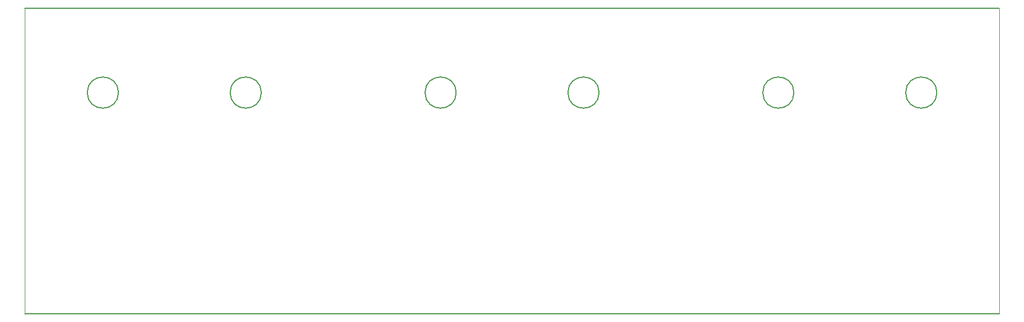
<source format=gm1>
G04 #@! TF.GenerationSoftware,KiCad,Pcbnew,7.0.5*
G04 #@! TF.CreationDate,2023-09-06T13:33:28-04:00*
G04 #@! TF.ProjectId,untitled,756e7469-746c-4656-942e-6b696361645f,rev?*
G04 #@! TF.SameCoordinates,Original*
G04 #@! TF.FileFunction,Profile,NP*
%FSLAX46Y46*%
G04 Gerber Fmt 4.6, Leading zero omitted, Abs format (unit mm)*
G04 Created by KiCad (PCBNEW 7.0.5) date 2023-09-06 13:33:28*
%MOMM*%
%LPD*%
G01*
G04 APERTURE LIST*
G04 #@! TA.AperFunction,Profile*
%ADD10C,0.050000*%
G04 #@! TD*
G04 #@! TA.AperFunction,Profile*
%ADD11C,0.152400*%
G04 #@! TD*
G04 #@! TA.AperFunction,Profile*
%ADD12C,0.127000*%
G04 #@! TD*
G04 APERTURE END LIST*
D10*
X73501100Y-70003600D02*
X73501100Y-117094000D01*
D11*
X73501100Y-117094000D02*
X223501100Y-117094000D01*
D10*
X223501100Y-70003600D02*
X223501100Y-117094000D01*
D11*
X223501100Y-70003600D02*
X73501100Y-70003600D01*
D12*
X87901100Y-83003600D02*
G75*
G03*
X87901100Y-83003600I-2400000J0D01*
G01*
X109901100Y-83003600D02*
G75*
G03*
X109901100Y-83003600I-2400000J0D01*
G01*
X191901100Y-83003600D02*
G75*
G03*
X191901100Y-83003600I-2400000J0D01*
G01*
X213901100Y-83003600D02*
G75*
G03*
X213901100Y-83003600I-2400000J0D01*
G01*
X161901100Y-83003600D02*
G75*
G03*
X161901100Y-83003600I-2400000J0D01*
G01*
X139901100Y-83003600D02*
G75*
G03*
X139901100Y-83003600I-2400000J0D01*
G01*
M02*

</source>
